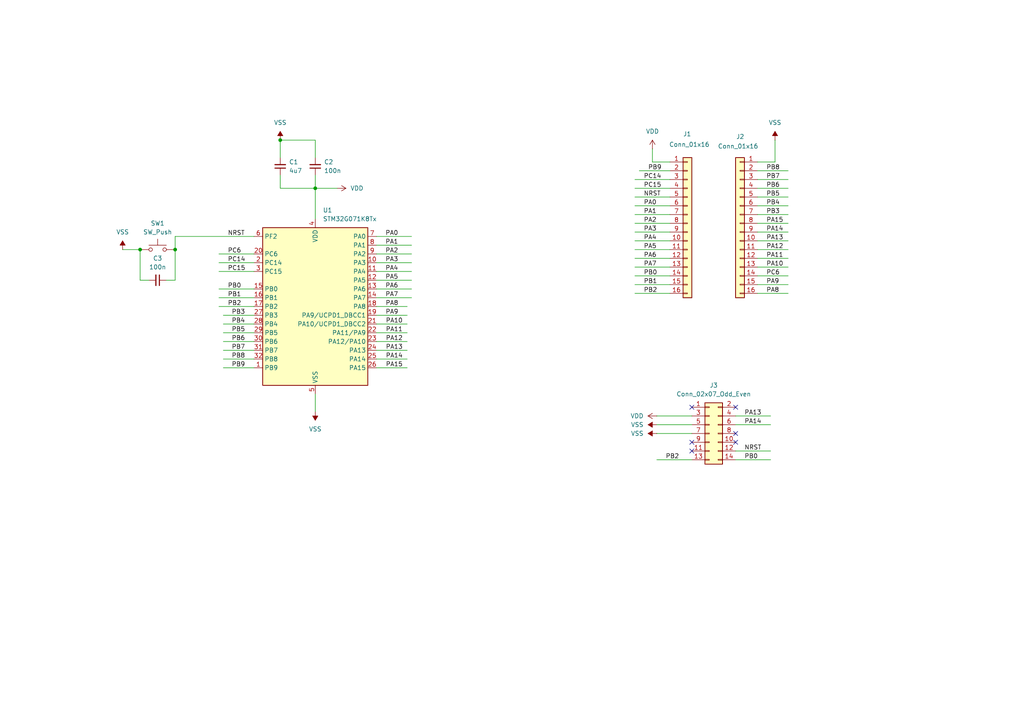
<source format=kicad_sch>
(kicad_sch (version 20231120) (generator "eeschema") (generator_version "8.0")
  (paper "A4")
  (lib_symbols
    (symbol "Connector_Generic:Conn_01x16" (pin_names (offset 1.016) hide)
      (property "Reference" "J" (at 0 20.32 0))
      (property "Value" "Conn_01x16" (at 0 -22.86 0))
      (symbol "Conn_01x16_1_1"
        (rectangle (start -1.27 -20.193) (end 0 -20.447) (stroke (width 0.1524)))
        (rectangle (start -1.27 -17.653) (end 0 -17.907) (stroke (width 0.1524)))
        (rectangle (start -1.27 -15.113) (end 0 -15.367) (stroke (width 0.1524)))
        (rectangle (start -1.27 -12.573) (end 0 -12.827) (stroke (width 0.1524)))
        (rectangle (start -1.27 -10.033) (end 0 -10.287) (stroke (width 0.1524)))
        (rectangle (start -1.27 -7.493) (end 0 -7.747) (stroke (width 0.1524)))
        (rectangle (start -1.27 -4.953) (end 0 -5.207) (stroke (width 0.1524)))
        (rectangle (start -1.27 -2.413) (end 0 -2.667) (stroke (width 0.1524)))
        (rectangle (start -1.27 0.127) (end 0 -0.127) (stroke (width 0.1524)))
        (rectangle (start -1.27 2.667) (end 0 2.413) (stroke (width 0.1524)))
        (rectangle (start -1.27 5.207) (end 0 4.953) (stroke (width 0.1524)))
        (rectangle (start -1.27 7.747) (end 0 7.493) (stroke (width 0.1524)))
        (rectangle (start -1.27 10.287) (end 0 10.033) (stroke (width 0.1524)))
        (rectangle (start -1.27 12.827) (end 0 12.573) (stroke (width 0.1524)))
        (rectangle (start -1.27 15.367) (end 0 15.113) (stroke (width 0.1524)))
        (rectangle (start -1.27 17.907) (end 0 17.653) (stroke (width 0.1524)))
        (rectangle (start -1.27 19.05) (end 1.27 -21.59) (stroke (width 0.254)) (fill (type background)))
        (pin passive line (at -5.08 17.78 0) (length 3.81) (name "Pin_1") (number "1"))
        (pin passive line (at -5.08 -5.08 0) (length 3.81) (name "Pin_10") (number "10"))
        (pin passive line (at -5.08 -7.62 0) (length 3.81) (name "Pin_11") (number "11"))
        (pin passive line (at -5.08 -10.16 0) (length 3.81) (name "Pin_12") (number "12"))
        (pin passive line (at -5.08 -12.7 0) (length 3.81) (name "Pin_13") (number "13"))
        (pin passive line (at -5.08 -15.24 0) (length 3.81) (name "Pin_14") (number "14"))
        (pin passive line (at -5.08 -17.78 0) (length 3.81) (name "Pin_15") (number "15"))
        (pin passive line (at -5.08 -20.32 0) (length 3.81) (name "Pin_16") (number "16"))
        (pin passive line (at -5.08 15.24 0) (length 3.81) (name "Pin_2") (number "2"))
        (pin passive line (at -5.08 12.7 0) (length 3.81) (name "Pin_3") (number "3"))
        (pin passive line (at -5.08 10.16 0) (length 3.81) (name "Pin_4") (number "4"))
        (pin passive line (at -5.08 7.62 0) (length 3.81) (name "Pin_5") (number "5"))
        (pin passive line (at -5.08 5.08 0) (length 3.81) (name "Pin_6") (number "6"))
        (pin passive line (at -5.08 2.54 0) (length 3.81) (name "Pin_7") (number "7"))
        (pin passive line (at -5.08 0 0) (length 3.81) (name "Pin_8") (number "8"))
        (pin passive line (at -5.08 -2.54 0) (length 3.81) (name "Pin_9") (number "9"))
      )
    )
    (symbol "Connector_Generic:Conn_02x07_Odd_Even" (pin_names (offset 1.016) hide)
      (property "Reference" "J" (at 1.27 10.16 0))
      (property "Value" "Conn_02x07_Odd_Even" (at 1.27 -10.16 0))
      (symbol "Conn_02x07_Odd_Even_1_1"
        (rectangle (start -1.27 -7.493) (end 0 -7.747) (stroke (width 0.1524)))
        (rectangle (start -1.27 -4.953) (end 0 -5.207) (stroke (width 0.1524)))
        (rectangle (start -1.27 -2.413) (end 0 -2.667) (stroke (width 0.1524)))
        (rectangle (start -1.27 0.127) (end 0 -0.127) (stroke (width 0.1524)))
        (rectangle (start -1.27 2.667) (end 0 2.413) (stroke (width 0.1524)))
        (rectangle (start -1.27 5.207) (end 0 4.953) (stroke (width 0.1524)))
        (rectangle (start -1.27 7.747) (end 0 7.493) (stroke (width 0.1524)))
        (rectangle (start -1.27 8.89) (end 3.81 -8.89) (stroke (width 0.254)) (fill (type background)))
        (rectangle (start 3.81 -7.493) (end 2.54 -7.747) (stroke (width 0.1524)))
        (rectangle (start 3.81 -4.953) (end 2.54 -5.207) (stroke (width 0.1524)))
        (rectangle (start 3.81 -2.413) (end 2.54 -2.667) (stroke (width 0.1524)))
        (rectangle (start 3.81 0.127) (end 2.54 -0.127) (stroke (width 0.1524)))
        (rectangle (start 3.81 2.667) (end 2.54 2.413) (stroke (width 0.1524)))
        (rectangle (start 3.81 5.207) (end 2.54 4.953) (stroke (width 0.1524)))
        (rectangle (start 3.81 7.747) (end 2.54 7.493) (stroke (width 0.1524)))
        (pin passive line (at -5.08 7.62 0) (length 3.81) (name "Pin_1") (number "1"))
        (pin passive line (at 7.62 -2.54 180) (length 3.81) (name "Pin_10") (number "10"))
        (pin passive line (at -5.08 -5.08 0) (length 3.81) (name "Pin_11") (number "11"))
        (pin passive line (at 7.62 -5.08 180) (length 3.81) (name "Pin_12") (number "12"))
        (pin passive line (at -5.08 -7.62 0) (length 3.81) (name "Pin_13") (number "13"))
        (pin passive line (at 7.62 -7.62 180) (length 3.81) (name "Pin_14") (number "14"))
        (pin passive line (at 7.62 7.62 180) (length 3.81) (name "Pin_2") (number "2"))
        (pin passive line (at -5.08 5.08 0) (length 3.81) (name "Pin_3") (number "3"))
        (pin passive line (at 7.62 5.08 180) (length 3.81) (name "Pin_4") (number "4"))
        (pin passive line (at -5.08 2.54 0) (length 3.81) (name "Pin_5") (number "5"))
        (pin passive line (at 7.62 2.54 180) (length 3.81) (name "Pin_6") (number "6"))
        (pin passive line (at -5.08 0 0) (length 3.81) (name "Pin_7") (number "7"))
        (pin passive line (at 7.62 0 180) (length 3.81) (name "Pin_8") (number "8"))
        (pin passive line (at -5.08 -2.54 0) (length 3.81) (name "Pin_9") (number "9"))
      )
    )
    (symbol "Device:C_Small" (pin_numbers hide) (pin_names (offset 0.254) hide)
      (property "Reference" "C" (at 0.254 1.778 0))
      (property "Value" "C_Small" (at 0.254 -2.032 0))
      (symbol "C_Small_0_1"
        (polyline (pts (xy -1.524 -0.508) (xy 1.524 -0.508)) (stroke (width 0.3302)))
        (polyline (pts (xy -1.524 0.508) (xy 1.524 0.508)) (stroke (width 0.3048)))
      )
      (symbol "C_Small_1_1"
        (pin passive line (at 0 2.54 270) (length 2.032) (name "~") (number "1"))
        (pin passive line (at 0 -2.54 90) (length 2.032) (name "~") (number "2"))
      )
    )
    (symbol "MCU_ST_STM32G0:STM32G071K8Tx"
      (property "Reference" "U" (at -15.24 24.13 0))
      (property "Value" "STM32G071K8Tx" (at 2.54 24.13 0))
      (symbol "STM32G071K8Tx_0_1"
        (rectangle (start -15.24 -22.86) (end 15.24 22.86) (stroke (width 0.254)) (fill (type background)))
      )
      (symbol "STM32G071K8Tx_1_1"
        (pin bidirectional line (at -17.78 -17.78 0) (length 2.54) (name "PB9") (number "1"))
        (pin bidirectional line (at 17.78 12.7 180) (length 2.54) (name "PA3") (number "10"))
        (pin bidirectional line (at 17.78 10.16 180) (length 2.54) (name "PA4") (number "11"))
        (pin bidirectional line (at 17.78 7.62 180) (length 2.54) (name "PA5") (number "12"))
        (pin bidirectional line (at 17.78 5.08 180) (length 2.54) (name "PA6") (number "13"))
        (pin bidirectional line (at 17.78 2.54 180) (length 2.54) (name "PA7") (number "14"))
        (pin bidirectional line (at -17.78 5.08 0) (length 2.54) (name "PB0") (number "15"))
        (pin bidirectional line (at -17.78 2.54 0) (length 2.54) (name "PB1") (number "16"))
        (pin bidirectional line (at -17.78 0 0) (length 2.54) (name "PB2") (number "17"))
        (pin bidirectional line (at 17.78 0 180) (length 2.54) (name "PA8") (number "18"))
        (pin bidirectional line (at 17.78 -2.54 180) (length 2.54) (name "PA9/UCPD1_DBCC1") (number "19"))
        (pin bidirectional line (at -17.78 12.7 0) (length 2.54) (name "PC14") (number "2"))
        (pin bidirectional line (at -17.78 15.24 0) (length 2.54) (name "PC6") (number "20"))
        (pin bidirectional line (at 17.78 -5.08 180) (length 2.54) (name "PA10/UCPD1_DBCC2") (number "21"))
        (pin bidirectional line (at 17.78 -7.62 180) (length 2.54) (name "PA11/PA9") (number "22"))
        (pin bidirectional line (at 17.78 -10.16 180) (length 2.54) (name "PA12/PA10") (number "23"))
        (pin bidirectional line (at 17.78 -12.7 180) (length 2.54) (name "PA13") (number "24"))
        (pin bidirectional line (at 17.78 -15.24 180) (length 2.54) (name "PA14") (number "25"))
        (pin bidirectional line (at 17.78 -17.78 180) (length 2.54) (name "PA15") (number "26"))
        (pin bidirectional line (at -17.78 -2.54 0) (length 2.54) (name "PB3") (number "27"))
        (pin bidirectional line (at -17.78 -5.08 0) (length 2.54) (name "PB4") (number "28"))
        (pin bidirectional line (at -17.78 -7.62 0) (length 2.54) (name "PB5") (number "29"))
        (pin bidirectional line (at -17.78 10.16 0) (length 2.54) (name "PC15") (number "3"))
        (pin bidirectional line (at -17.78 -10.16 0) (length 2.54) (name "PB6") (number "30"))
        (pin bidirectional line (at -17.78 -12.7 0) (length 2.54) (name "PB7") (number "31"))
        (pin bidirectional line (at -17.78 -15.24 0) (length 2.54) (name "PB8") (number "32"))
        (pin power_in line (at 0 25.4 270) (length 2.54) (name "VDD") (number "4"))
        (pin power_in line (at 0 -25.4 90) (length 2.54) (name "VSS") (number "5"))
        (pin bidirectional line (at -17.78 20.32 0) (length 2.54) (name "PF2") (number "6"))
        (pin bidirectional line (at 17.78 20.32 180) (length 2.54) (name "PA0") (number "7"))
        (pin bidirectional line (at 17.78 17.78 180) (length 2.54) (name "PA1") (number "8"))
        (pin bidirectional line (at 17.78 15.24 180) (length 2.54) (name "PA2") (number "9"))
      )
    )
    (symbol "Switch:SW_Push" (pin_numbers hide) (pin_names (offset 1.016) hide)
      (property "Reference" "SW" (at 1.27 2.54 0))
      (property "Value" "SW_Push" (at 0 -1.524 0))
      (symbol "SW_Push_0_1"
        (circle (center -2.032 0) (radius 0.508))
        (polyline (pts (xy 0 1.27) (xy 0 3.048)))
        (polyline (pts (xy 2.54 1.27) (xy -2.54 1.27)))
        (circle (center 2.032 0) (radius 0.508))
        (pin passive line (at -5.08 0 0) (length 2.54) (name "1") (number "1"))
        (pin passive line (at 5.08 0 180) (length 2.54) (name "2") (number "2"))
      )
    )
    (symbol "power:VDD" (power) (pin_numbers hide) (pin_names (offset 0) hide)
      (property "Value" "VDD" (at 0 3.556 0))
      (symbol "VDD_0_1"
        (polyline (pts (xy -0.762 1.27) (xy 0 2.54)))
        (polyline (pts (xy 0 0) (xy 0 2.54)))
        (polyline (pts (xy 0 2.54) (xy 0.762 1.27)))
      )
      (symbol "VDD_1_1"
        (pin power_in line (at 0 0 90) (length 0) (name "~") (number "1"))
      )
    )
    (symbol "power:VSS" (power) (pin_numbers hide) (pin_names (offset 0) hide)
      (property "Value" "VSS" (at 0 3.556 0))
      (symbol "VSS_0_1"
        (polyline (pts (xy 0 0) (xy 0 2.54)))
        (polyline (pts (xy 0.762 1.27) (xy -0.762 1.27) (xy 0 2.54) (xy 0.762 1.27)) (fill (type outline)))
      )
      (symbol "VSS_1_1"
        (pin power_in line (at 0 0 90) (length 0) (name "~") (number "1"))
      )
    )
  )
  (junction (at 50.8 72.39))
  (junction (at 91.44 54.61))
  (junction (at 81.28 40.64))
  (junction (at 40.64 72.39))
  (no_connect (at 200.66 128.27))
  (no_connect (at 213.36 128.27))
  (no_connect (at 213.36 118.11))
  (no_connect (at 200.66 130.81))
  (no_connect (at 200.66 118.11))
  (no_connect (at 213.36 125.73))
  (wire (pts (xy 73.66 101.6) (xy 64.77 101.6)))
  (wire (pts (xy 184.15 69.85) (xy 194.31 69.85)))
  (wire (pts (xy 118.11 88.9) (xy 109.22 88.9)))
  (wire (pts (xy 81.28 50.8) (xy 81.28 54.61)))
  (wire (pts (xy 73.66 106.68) (xy 64.77 106.68)))
  (wire (pts (xy 184.15 74.93) (xy 194.31 74.93)))
  (wire (pts (xy 109.22 86.36) (xy 119.38 86.36)))
  (wire (pts (xy 219.71 54.61) (xy 228.6 54.61)))
  (wire (pts (xy 43.18 81.28) (xy 40.64 81.28)))
  (wire (pts (xy 184.15 82.55) (xy 194.31 82.55)))
  (wire (pts (xy 118.11 99.06) (xy 109.22 99.06)))
  (wire (pts (xy 190.5 123.19) (xy 200.66 123.19)))
  (wire (pts (xy 213.36 120.65) (xy 223.52 120.65)))
  (wire (pts (xy 91.44 50.8) (xy 91.44 54.61)))
  (wire (pts (xy 50.8 68.58) (xy 73.66 68.58)))
  (wire (pts (xy 194.31 46.99) (xy 189.23 46.99)))
  (wire (pts (xy 185.42 49.53) (xy 194.31 49.53)))
  (wire (pts (xy 109.22 81.28) (xy 119.38 81.28)))
  (wire (pts (xy 63.5 88.9) (xy 73.66 88.9)))
  (wire (pts (xy 190.5 125.73) (xy 200.66 125.73)))
  (wire (pts (xy 109.22 73.66) (xy 119.38 73.66)))
  (wire (pts (xy 184.15 57.15) (xy 194.31 57.15)))
  (wire (pts (xy 63.5 83.82) (xy 73.66 83.82)))
  (wire (pts (xy 184.15 85.09) (xy 194.31 85.09)))
  (wire (pts (xy 219.71 57.15) (xy 228.6 57.15)))
  (wire (pts (xy 91.44 54.61) (xy 91.44 63.5)))
  (wire (pts (xy 118.11 104.14) (xy 109.22 104.14)))
  (wire (pts (xy 219.71 82.55) (xy 228.6 82.55)))
  (wire (pts (xy 109.22 78.74) (xy 119.38 78.74)))
  (wire (pts (xy 219.71 67.31) (xy 228.6 67.31)))
  (wire (pts (xy 184.15 52.07) (xy 194.31 52.07)))
  (wire (pts (xy 91.44 40.64) (xy 81.28 40.64)))
  (wire (pts (xy 219.71 74.93) (xy 228.6 74.93)))
  (wire (pts (xy 63.5 76.2) (xy 73.66 76.2)))
  (wire (pts (xy 109.22 76.2) (xy 119.38 76.2)))
  (wire (pts (xy 184.15 72.39) (xy 194.31 72.39)))
  (wire (pts (xy 63.5 86.36) (xy 73.66 86.36)))
  (wire (pts (xy 189.23 46.99) (xy 189.23 43.18)))
  (wire (pts (xy 219.71 64.77) (xy 228.6 64.77)))
  (wire (pts (xy 224.79 46.99) (xy 224.79 40.64)))
  (wire (pts (xy 219.71 69.85) (xy 228.6 69.85)))
  (wire (pts (xy 73.66 104.14) (xy 64.77 104.14)))
  (wire (pts (xy 184.15 54.61) (xy 194.31 54.61)))
  (wire (pts (xy 109.22 68.58) (xy 119.38 68.58)))
  (wire (pts (xy 219.71 62.23) (xy 228.6 62.23)))
  (wire (pts (xy 219.71 77.47) (xy 228.6 77.47)))
  (wire (pts (xy 213.36 123.19) (xy 223.52 123.19)))
  (wire (pts (xy 40.64 81.28) (xy 40.64 72.39)))
  (wire (pts (xy 184.15 80.01) (xy 194.31 80.01)))
  (wire (pts (xy 219.71 72.39) (xy 228.6 72.39)))
  (wire (pts (xy 190.5 133.35) (xy 200.66 133.35)))
  (wire (pts (xy 219.71 59.69) (xy 228.6 59.69)))
  (wire (pts (xy 213.36 133.35) (xy 223.52 133.35)))
  (wire (pts (xy 50.8 81.28) (xy 48.26 81.28)))
  (wire (pts (xy 184.15 67.31) (xy 194.31 67.31)))
  (wire (pts (xy 91.44 114.3) (xy 91.44 119.38)))
  (wire (pts (xy 81.28 54.61) (xy 91.44 54.61)))
  (wire (pts (xy 63.5 73.66) (xy 73.66 73.66)))
  (wire (pts (xy 35.56 72.39) (xy 40.64 72.39)))
  (wire (pts (xy 190.5 120.65) (xy 200.66 120.65)))
  (wire (pts (xy 73.66 99.06) (xy 64.77 99.06)))
  (wire (pts (xy 219.71 85.09) (xy 228.6 85.09)))
  (wire (pts (xy 184.15 64.77) (xy 194.31 64.77)))
  (wire (pts (xy 50.8 72.39) (xy 50.8 81.28)))
  (wire (pts (xy 213.36 130.81) (xy 223.52 130.81)))
  (wire (pts (xy 50.8 68.58) (xy 50.8 72.39)))
  (wire (pts (xy 91.44 45.72) (xy 91.44 40.64)))
  (wire (pts (xy 219.71 46.99) (xy 224.79 46.99)))
  (wire (pts (xy 184.15 62.23) (xy 194.31 62.23)))
  (wire (pts (xy 184.15 77.47) (xy 194.31 77.47)))
  (wire (pts (xy 73.66 93.98) (xy 64.77 93.98)))
  (wire (pts (xy 118.11 91.44) (xy 109.22 91.44)))
  (wire (pts (xy 219.71 52.07) (xy 228.6 52.07)))
  (wire (pts (xy 81.28 40.64) (xy 81.28 45.72)))
  (wire (pts (xy 118.11 93.98) (xy 109.22 93.98)))
  (wire (pts (xy 109.22 71.12) (xy 119.38 71.12)))
  (wire (pts (xy 118.11 106.68) (xy 109.22 106.68)))
  (wire (pts (xy 63.5 78.74) (xy 73.66 78.74)))
  (wire (pts (xy 118.11 101.6) (xy 109.22 101.6)))
  (wire (pts (xy 73.66 96.52) (xy 64.77 96.52)))
  (wire (pts (xy 109.22 83.82) (xy 119.38 83.82)))
  (wire (pts (xy 184.15 59.69) (xy 194.31 59.69)))
  (wire (pts (xy 91.44 54.61) (xy 97.79 54.61)))
  (wire (pts (xy 73.66 91.44) (xy 64.77 91.44)))
  (wire (pts (xy 219.71 80.01) (xy 228.6 80.01)))
  (wire (pts (xy 118.11 96.52) (xy 109.22 96.52)))
  (wire (pts (xy 219.71 49.53) (xy 228.6 49.53)))
  (label "PB4" (at 222.25 59.69 0))
  (label "PA14" (at 215.9 123.19 0))
  (label "PA0" (at 186.69 59.69 0))
  (label "PA14" (at 222.25 67.31 0))
  (label "PA14" (at 116.84 104.14 180))
  (label "PA2" (at 186.69 64.77 0))
  (label "PA0" (at 111.76 68.58 0))
  (label "PA6" (at 111.76 83.82 0))
  (label "PB6" (at 222.25 54.61 0))
  (label "PB8" (at 71.12 104.14 180))
  (label "PA13" (at 222.25 69.85 0))
  (label "PB2" (at 186.69 85.09 0))
  (label "PA3" (at 186.69 67.31 0))
  (label "PA3" (at 111.76 76.2 0))
  (label "PB6" (at 71.12 99.06 180))
  (label "PB7" (at 222.25 52.07 0))
  (label "PB0" (at 215.9 133.35 0))
  (label "NRST" (at 186.69 57.15 0))
  (label "PA15" (at 222.25 64.77 0))
  (label "PB2" (at 66.04 88.9 0))
  (label "PB3" (at 71.12 91.44 180))
  (label "PA11" (at 116.84 96.52 180))
  (label "PB4" (at 71.12 93.98 180))
  (label "PC14" (at 66.04 76.2 0))
  (label "PA12" (at 222.25 72.39 0))
  (label "PA7" (at 111.76 86.36 0))
  (label "PB0" (at 66.04 83.82 0))
  (label "PC15" (at 66.04 78.74 0))
  (label "PC15" (at 186.69 54.61 0))
  (label "PA5" (at 186.69 72.39 0))
  (label "PA9" (at 115.57 91.44 180))
  (label "PB3" (at 222.25 62.23 0))
  (label "PC6" (at 66.04 73.66 0))
  (label "PA15" (at 116.84 106.68 180))
  (label "PA1" (at 111.76 71.12 0))
  (label "PA4" (at 111.76 78.74 0))
  (label "PA12" (at 116.84 99.06 180))
  (label "PA4" (at 186.69 69.85 0))
  (label "PA7" (at 186.69 77.47 0))
  (label "PB1" (at 186.69 82.55 0))
  (label "PB1" (at 66.04 86.36 0))
  (label "PA6" (at 186.69 74.93 0))
  (label "PA2" (at 111.76 73.66 0))
  (label "PB5" (at 222.25 57.15 0))
  (label "NRST" (at 66.04 68.58 0))
  (label "PA1" (at 186.69 62.23 0))
  (label "PA8" (at 222.25 85.09 0))
  (label "PA13" (at 215.9 120.65 0))
  (label "PB7" (at 71.12 101.6 180))
  (label "PC14" (at 186.69 52.07 0))
  (label "PA9" (at 222.25 82.55 0))
  (label "PC6" (at 222.25 80.01 0))
  (label "PB9" (at 187.96 49.53 0))
  (label "PB2" (at 193.04 133.35 0))
  (label "PB5" (at 71.12 96.52 180))
  (label "PA8" (at 115.57 88.9 180))
  (label "PA10" (at 222.25 77.47 0))
  (label "PB0" (at 186.69 80.01 0))
  (label "PA5" (at 111.76 81.28 0))
  (label "PA11" (at 222.25 74.93 0))
  (label "PA10" (at 116.84 93.98 180))
  (label "NRST" (at 215.9 130.81 0))
  (label "PB8" (at 222.25 49.53 0))
  (label "PB9" (at 71.12 106.68 180))
  (label "PA13" (at 116.84 101.6 180))
  (symbol (lib_id "power:VDD") (at 190.5 120.65 90) (unit 1)
    (property "Reference" "#PWR07" (effects (hide yes)))
    (property "Value" "VDD" (at 186.69 120.6499 90) (effects (justify left)))
    (property "Description" "Power symbol creates a global label with name \"VDD\"" (effects (hide yes)))
  )
  (symbol (lib_id "MCU_ST_STM32G0:STM32G071K8Tx") (at 91.44 88.9 0) (unit 1)
    (property "Reference" "U1" (at 93.6341 60.96 0) (effects (justify left)))
    (property "Value" "STM32G071K8Tx" (at 93.6341 63.5 0) (effects (justify left)))
    (property "Footprint" "Package_QFP:LQFP-32_7x7mm_P0.8mm" (effects (hide yes)))
    (property "Datasheet" "https://www.st.com/resource/en/datasheet/stm32g071k8.pdf" (effects (hide yes)))
    (property "Description" "STMicroelectronics Arm Cortex-M0+ MCU, 64KB flash, 36KB RAM, 64 MHz, 1.7-3.6V, 30 GPIO, ufqfpn32" (effects (hide yes)))
  )
  (symbol (lib_id "Connector_Generic:Conn_02x07_Odd_Even") (at 205.74 125.73 0) (unit 1)
    (property "Reference" "J3" (at 207.01 111.76 0))
    (property "Value" "Conn_02x07_Odd_Even" (at 207.01 114.3 0))
    (property "Footprint" "Project_Footprints:SAMTEC_FTSH-107-01-L-DV-K-A" (effects (hide yes)))
    (property "Description" "Generic connector, double row, 02x07, odd/even pin numbering scheme (row 1 odd numbers, row 2 even numbers), script generated (kicad-library-utils/schlib/autogen/connector/)" (effects (hide yes)))
  )
  (symbol (lib_id "power:VSS") (at 190.5 125.73 90) (unit 1)
    (property "Reference" "#PWR09" (effects (hide yes)))
    (property "Value" "VSS" (at 186.69 125.7299 90) (effects (justify left)))
    (property "Description" "Power symbol creates a global label with name \"VSS\"" (effects (hide yes)))
  )
  (symbol (lib_id "power:VSS") (at 35.56 72.39 0) (unit 1)
    (property "Reference" "#PWR05" (effects (hide yes)))
    (property "Value" "VSS" (at 35.56 67.31 0))
    (property "Description" "Power symbol creates a global label with name \"VSS\"" (effects (hide yes)))
  )
  (symbol (lib_id "Device:C_Small") (at 81.28 48.26 180) (unit 1)
    (property "Reference" "C1" (at 83.82 46.9835 0) (effects (justify right)))
    (property "Value" "4u7" (at 83.82 49.5235 0) (effects (justify right)))
    (property "Footprint" "Capacitor_SMD:C_0402_1005Metric" (effects (hide yes)))
    (property "Description" "Unpolarized capacitor, small symbol" (effects (hide yes)))
  )
  (symbol (lib_id "Connector_Generic:Conn_01x16") (at 199.39 64.77 0) (unit 1)
    (property "Reference" "J1" (at 198.12 38.862 0) (effects (justify left)))
    (property "Value" "Conn_01x16" (at 194.056 41.91 0) (effects (justify left)))
    (property "Footprint" "Connector_PinHeader_2.54mm:PinHeader_1x16_P2.54mm_Vertical" (effects (hide yes)))
    (property "Description" "Generic connector, single row, 01x16, script generated (kicad-library-utils/schlib/autogen/connector/)" (effects (hide yes)))
  )
  (symbol (lib_id "Connector_Generic:Conn_01x16") (at 214.63 64.77 0) (mirror y) (unit 1)
    (property "Reference" "J2" (at 215.9 39.624 0) (effects (justify left)))
    (property "Value" "Conn_01x16" (at 219.964 42.418 0) (effects (justify left)))
    (property "Footprint" "Connector_PinHeader_2.54mm:PinHeader_1x16_P2.54mm_Vertical" (effects (hide yes)))
    (property "Description" "Generic connector, single row, 01x16, script generated (kicad-library-utils/schlib/autogen/connector/)" (effects (hide yes)))
  )
  (symbol (lib_id "power:VSS") (at 224.79 40.64 0) (unit 1)
    (property "Reference" "#PWR02" (effects (hide yes)))
    (property "Value" "VSS" (at 224.79 35.56 0))
    (property "Description" "Power symbol creates a global label with name \"VSS\"" (effects (hide yes)))
  )
  (symbol (lib_id "Device:C_Small") (at 91.44 48.26 180) (unit 1)
    (property "Reference" "C2" (at 93.98 46.9835 0) (effects (justify right)))
    (property "Value" "100n" (at 93.98 49.5235 0) (effects (justify right)))
    (property "Footprint" "Capacitor_SMD:C_0402_1005Metric" (effects (hide yes)))
    (property "Description" "Unpolarized capacitor, small symbol" (effects (hide yes)))
  )
  (symbol (lib_id "power:VSS") (at 91.44 119.38 180) (unit 1)
    (property "Reference" "#PWR06" (effects (hide yes)))
    (property "Value" "VSS" (at 91.44 124.46 0))
    (property "Description" "Power symbol creates a global label with name \"VSS\"" (effects (hide yes)))
  )
  (symbol (lib_id "power:VSS") (at 190.5 123.19 90) (unit 1)
    (property "Reference" "#PWR08" (effects (hide yes)))
    (property "Value" "VSS" (at 186.69 123.1899 90) (effects (justify left)))
    (property "Description" "Power symbol creates a global label with name \"VSS\"" (effects (hide yes)))
  )
  (symbol (lib_id "Device:C_Small") (at 45.72 81.28 270) (unit 1)
    (property "Reference" "C3" (at 45.7136 74.93 90))
    (property "Value" "100n" (at 45.7136 77.47 90))
    (property "Footprint" "Capacitor_SMD:C_0402_1005Metric" (effects (hide yes)))
    (property "Description" "Unpolarized capacitor, small symbol" (effects (hide yes)))
  )
  (symbol (lib_id "Switch:SW_Push") (at 45.72 72.39 0) (unit 1)
    (property "Reference" "SW1" (at 45.72 64.77 0))
    (property "Value" "SW_Push" (at 45.72 67.31 0))
    (property "Footprint" "Button_Switch_SMD:SW_SPST_PTS810" (effects (hide yes)))
    (property "Description" "Push button switch, generic, two pins" (effects (hide yes)))
  )
  (symbol (lib_id "power:VDD") (at 189.23 43.18 0) (unit 1)
    (property "Reference" "#PWR03" (effects (hide yes)))
    (property "Value" "VDD" (at 189.23 38.1 0))
    (property "Description" "Power symbol creates a global label with name \"VDD\"" (effects (hide yes)))
  )
  (symbol (lib_id "power:VSS") (at 81.28 40.64 0) (unit 1)
    (property "Reference" "#PWR01" (effects (hide yes)))
    (property "Value" "VSS" (at 81.28 35.56 0))
    (property "Description" "Power symbol creates a global label with name \"VSS\"" (effects (hide yes)))
  )
  (symbol (lib_id "power:VDD") (at 97.79 54.61 270) (unit 1)
    (property "Reference" "#PWR04" (effects (hide yes)))
    (property "Value" "VDD" (at 101.6 54.6099 90) (effects (justify left)))
    (property "Description" "Power symbol creates a global label with name \"VDD\"" (effects (hide yes)))
  )
)
</source>
